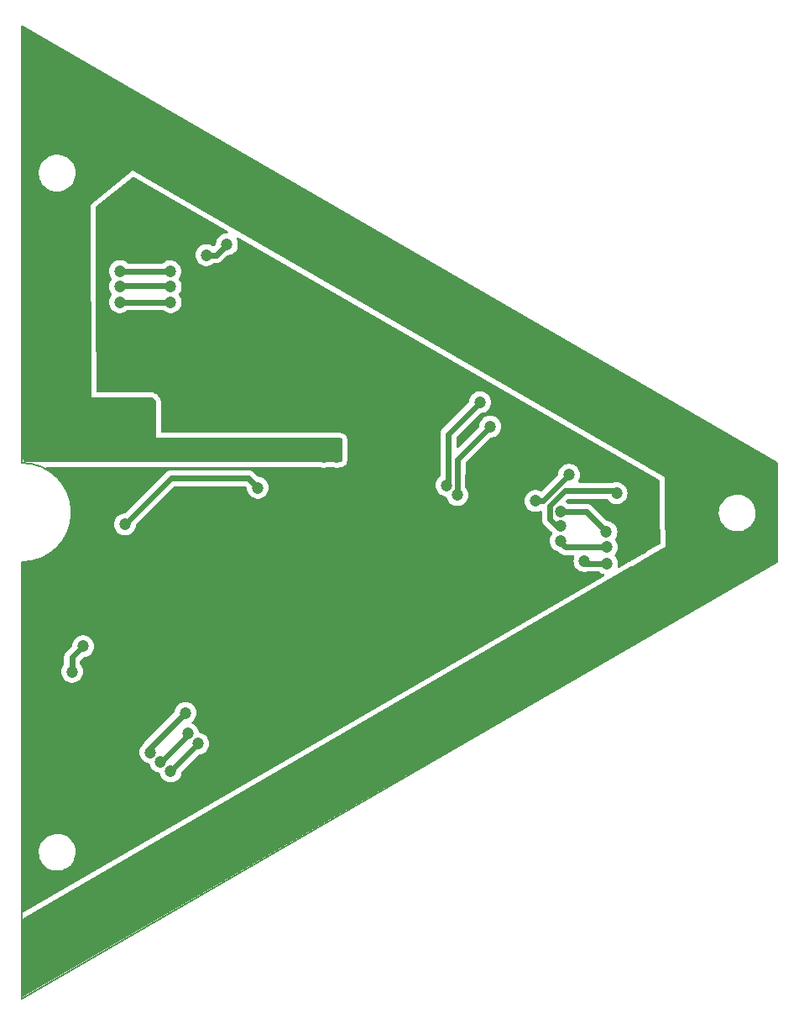
<source format=gbr>
G04 #@! TF.GenerationSoftware,KiCad,Pcbnew,7.0.11+1*
G04 #@! TF.ProjectId,makerspace_sign,6d616b65-7273-4706-9163-655f7369676e,rev?*
G04 #@! TF.SameCoordinates,Original*
G04 #@! TF.FileFunction,Copper,L2,Bot*
G04 #@! TF.FilePolarity,Positive*
%FSLAX46Y46*%
G04 Gerber Fmt 4.6, Leading zero omitted, Abs format (unit mm)*
%MOMM*%
%LPD*%
G01*
G04 APERTURE LIST*
G04 #@! TA.AperFunction,Profile*
%ADD10C,0.200000*%
G04 #@! TD*
G04 #@! TA.AperFunction,ViaPad*
%ADD11C,1.200000*%
G04 #@! TD*
G04 #@! TA.AperFunction,Conductor*
%ADD12C,0.600000*%
G04 #@! TD*
G04 APERTURE END LIST*
D10*
X62000000Y-46400000D02*
X62000000Y-90400000D01*
X62000000Y-100400000D02*
X62000000Y-144400000D01*
X62000000Y-100400000D02*
G75*
G03*
X62000000Y-90400000I0J5000000D01*
G01*
X138210236Y-90400000D02*
X62000000Y-46400000D01*
X62000000Y-144400000D02*
X138210236Y-100400000D01*
X138210236Y-100400000D02*
X138210236Y-90400000D01*
D11*
X74957848Y-119577725D03*
X78500000Y-115600000D03*
X71877713Y-72636392D03*
X116349500Y-96747607D03*
X77000000Y-72650000D03*
X121975000Y-93450000D03*
X96276750Y-104584218D03*
X89123872Y-76365286D03*
X72630000Y-102100000D03*
X96276750Y-94424218D03*
X88656750Y-96964218D03*
X96276750Y-102044218D03*
X73910000Y-105940000D03*
X124500000Y-99000000D03*
X114489260Y-91025301D03*
X112639260Y-88375301D03*
X98816750Y-89344218D03*
X122800000Y-91300000D03*
X90046657Y-118622142D03*
X86523872Y-74865286D03*
X88656750Y-104584218D03*
X87273872Y-73715286D03*
X88723872Y-71365286D03*
X91946657Y-115922142D03*
X95000000Y-81700000D03*
X91196750Y-102044218D03*
X78496750Y-81724218D03*
X92623872Y-73615286D03*
X73416750Y-79184218D03*
X110589260Y-88775301D03*
X98816750Y-99504218D03*
X65796750Y-122364218D03*
X101356750Y-99504218D03*
X77500000Y-125750000D03*
X97900000Y-110350000D03*
X113400000Y-103600000D03*
X115239260Y-89875301D03*
X86116750Y-104584218D03*
X86116750Y-102044218D03*
X96276750Y-114744218D03*
X113950000Y-101700000D03*
X68336750Y-96964218D03*
X91346657Y-117872142D03*
X108976750Y-107124218D03*
X103896750Y-102044218D03*
X93736750Y-84264218D03*
X114100000Y-104800000D03*
X75956750Y-76644218D03*
X71370000Y-105940000D03*
X70350000Y-68050000D03*
X116700000Y-103300000D03*
X78496750Y-84264218D03*
X96950000Y-79950000D03*
X75956750Y-79184218D03*
X112100000Y-104350000D03*
X91196750Y-104584218D03*
X91196750Y-94424218D03*
X114500000Y-99800000D03*
X89896657Y-115522142D03*
X101356750Y-102044218D03*
X65796750Y-124904218D03*
X98816750Y-96964218D03*
X65796750Y-102044218D03*
X71500000Y-65550000D03*
X96276750Y-96964218D03*
X116689260Y-87525301D03*
X103896750Y-99504218D03*
X77500000Y-67100000D03*
X73900000Y-104640000D03*
X70400000Y-69600000D03*
X72630000Y-100830000D03*
X88573872Y-74465286D03*
X90423872Y-77115286D03*
X78496750Y-76644218D03*
X87823872Y-75615286D03*
X98816750Y-94424218D03*
X110600000Y-102050000D03*
X115389260Y-86775301D03*
X87296657Y-117022142D03*
X106436750Y-99504218D03*
X111350000Y-103200000D03*
X125750000Y-98250000D03*
X90446657Y-113622142D03*
X68336750Y-129984218D03*
X81036750Y-84264218D03*
X70876750Y-81724218D03*
X90023872Y-72115286D03*
X88656750Y-99504218D03*
X88656750Y-94424218D03*
X114089260Y-86025301D03*
X89873872Y-75215286D03*
X115400000Y-104050000D03*
X89146657Y-114372142D03*
X112089260Y-86475301D03*
X113200000Y-100550000D03*
X81036750Y-109664218D03*
X124400000Y-91900000D03*
X91196750Y-84264218D03*
X88746657Y-119372142D03*
X75956750Y-81724218D03*
X93736750Y-102044218D03*
X91196750Y-99504218D03*
X77250000Y-95550000D03*
X114700000Y-102850000D03*
X86116750Y-99504218D03*
X71360000Y-102100000D03*
X91923872Y-74815286D03*
X75800000Y-126950000D03*
X86546657Y-115872142D03*
X68336750Y-94424218D03*
X71360000Y-103370000D03*
X91173872Y-75965286D03*
X90646657Y-116672142D03*
X89323872Y-73315286D03*
X87846657Y-115122142D03*
X111339260Y-87625301D03*
X113389260Y-87225301D03*
X111889260Y-89525301D03*
X72640000Y-105940000D03*
X81036750Y-81724218D03*
X93736750Y-99504218D03*
X96276750Y-99504218D03*
X70090000Y-103370000D03*
X91196750Y-96964218D03*
X114689260Y-87975301D03*
X68336750Y-127444218D03*
X112789260Y-85275301D03*
X115989260Y-88725301D03*
X70090000Y-104640000D03*
X83576750Y-84264218D03*
X88596657Y-116272142D03*
X70100000Y-105940000D03*
X101356750Y-104584218D03*
X72630000Y-103370000D03*
X73416750Y-81724218D03*
X93736750Y-94424218D03*
X65796750Y-104584218D03*
X115250000Y-100950000D03*
X70090000Y-100830000D03*
X72630000Y-104640000D03*
X98816750Y-102044218D03*
X101356750Y-96964218D03*
X65796750Y-119824218D03*
X112800000Y-105550000D03*
X112650000Y-102450000D03*
X101356750Y-94424218D03*
X73900000Y-103370000D03*
X83576750Y-107124218D03*
X106436750Y-96964218D03*
X96276750Y-89344218D03*
X88046657Y-118172142D03*
X88656750Y-102044218D03*
X90623872Y-74065286D03*
X71360000Y-104640000D03*
X78496750Y-79184218D03*
X88023872Y-72565286D03*
X123100000Y-99800000D03*
X92646657Y-117122142D03*
X78496750Y-112204218D03*
X86116750Y-84264218D03*
X71360000Y-100830000D03*
X93736750Y-96964218D03*
X73900000Y-100830000D03*
X103896750Y-96964218D03*
X89346657Y-117422142D03*
X91323872Y-72865286D03*
X91196657Y-114772142D03*
X116000000Y-102100000D03*
X113189260Y-90275301D03*
X98816750Y-104584218D03*
X73900000Y-102100000D03*
X94300000Y-110350000D03*
X93736750Y-104584218D03*
X70090000Y-102100000D03*
X111900000Y-101300000D03*
X103896750Y-84264218D03*
X113939260Y-89125301D03*
X93750000Y-88500000D03*
X69860000Y-89740000D03*
X72400000Y-88470000D03*
X128950000Y-90800000D03*
X72400000Y-87200000D03*
X69860000Y-85930000D03*
X83450000Y-131150000D03*
X93750000Y-89800000D03*
X127650000Y-90050000D03*
X128300000Y-88850000D03*
X129800000Y-104350000D03*
X82150000Y-59000000D03*
X126950000Y-91200000D03*
X131100000Y-87250000D03*
X73670000Y-85930000D03*
X128950000Y-100100000D03*
X83800000Y-61550000D03*
X83150000Y-128150000D03*
X83700000Y-64650000D03*
X127100000Y-102750000D03*
X126300000Y-89300000D03*
X82250000Y-131850000D03*
X81850000Y-62000000D03*
X69860000Y-87200000D03*
X129050000Y-103200000D03*
X69860000Y-84640000D03*
X92450000Y-88500000D03*
X130350000Y-102500000D03*
X81700000Y-65050000D03*
X125050000Y-88600000D03*
X71130000Y-84640000D03*
X83050000Y-65850000D03*
X129800000Y-86550000D03*
X124350000Y-89750000D03*
X82400000Y-63900000D03*
X83350000Y-59700000D03*
X126300000Y-101600000D03*
X92450000Y-89800000D03*
X128600000Y-105050000D03*
X69860000Y-88470000D03*
X71130000Y-89740000D03*
X80350000Y-64300000D03*
X72400000Y-89740000D03*
X73670000Y-87200000D03*
X73670000Y-88470000D03*
X71130000Y-87200000D03*
X127100000Y-88150000D03*
X127650000Y-100850000D03*
X125050000Y-102300000D03*
X81800000Y-125800000D03*
X79900000Y-128400000D03*
X126950000Y-99700000D03*
X128600000Y-85850000D03*
X129050000Y-87700000D03*
X72400000Y-85930000D03*
X81500000Y-130700000D03*
X128300000Y-102050000D03*
X84650000Y-130450000D03*
X129550000Y-101350000D03*
X125600000Y-90450000D03*
X82700000Y-130000000D03*
X83050000Y-62700000D03*
X83150000Y-125000000D03*
X80700000Y-129550000D03*
X79800000Y-62450000D03*
X80450000Y-126550000D03*
X131100000Y-103650000D03*
X82500000Y-126950000D03*
X127850000Y-87000000D03*
X72400000Y-84640000D03*
X125600000Y-100450000D03*
X129550000Y-89550000D03*
X124350000Y-101150000D03*
X73670000Y-89740000D03*
X84550000Y-60400000D03*
X82600000Y-60850000D03*
X71130000Y-85930000D03*
X81050000Y-63150000D03*
X81400000Y-60150000D03*
X73670000Y-84640000D03*
X83900000Y-129300000D03*
X127850000Y-103900000D03*
X83800000Y-126200000D03*
X71130000Y-88470000D03*
X81950000Y-128850000D03*
X81150000Y-127700000D03*
X130350000Y-88400000D03*
X80600000Y-61300000D03*
X76950000Y-71100000D03*
X71877713Y-71072785D03*
X77000000Y-74200000D03*
X105900000Y-93650000D03*
X72400000Y-96600000D03*
X109250000Y-86750000D03*
X85800000Y-92900000D03*
X71877713Y-74200000D03*
X116349500Y-95350000D03*
X120949500Y-97350000D03*
X116349500Y-98250000D03*
X121000000Y-98900000D03*
X79750000Y-118700000D03*
X77003309Y-121488323D03*
X121000000Y-100550000D03*
X104814347Y-92645338D03*
X67050000Y-111450000D03*
X68150000Y-108900000D03*
X80600000Y-69450000D03*
X117200000Y-91600500D03*
X118750000Y-100300000D03*
X113800000Y-94249500D03*
X82677464Y-68372536D03*
X108200000Y-84300000D03*
X78750000Y-117700000D03*
X75976596Y-120537288D03*
D12*
X115250000Y-94681870D02*
X115250000Y-96050000D01*
X116731870Y-93200000D02*
X115250000Y-94681870D01*
X115250000Y-96050000D02*
X115947607Y-96747607D01*
X121725000Y-93200000D02*
X116731870Y-93200000D01*
X76900000Y-72550000D02*
X71800000Y-72550000D01*
X74957848Y-119577725D02*
X74957848Y-119092152D01*
X115947607Y-96747607D02*
X116276677Y-96747607D01*
X78450000Y-115600000D02*
X78500000Y-115600000D01*
X74957848Y-119092152D02*
X78450000Y-115600000D01*
X121975000Y-93450000D02*
X121725000Y-93200000D01*
X77000000Y-72650000D02*
X76900000Y-72550000D01*
X71904928Y-71100000D02*
X76950000Y-71100000D01*
X71877713Y-71072785D02*
X71904928Y-71100000D01*
X72400000Y-96600000D02*
X77050000Y-91950000D01*
X77050000Y-91950000D02*
X84850000Y-91950000D01*
X105900000Y-93650000D02*
X105950000Y-93350000D01*
X109250000Y-86750000D02*
X105950000Y-90050000D01*
X84850000Y-91950000D02*
X85800000Y-92900000D01*
X105950000Y-90050000D02*
X105900000Y-93650000D01*
X77000000Y-74200000D02*
X71800000Y-74200000D01*
X116349500Y-95350000D02*
X118949500Y-95350000D01*
X118949500Y-95350000D02*
X120949500Y-97350000D01*
X116200000Y-98250000D02*
X116850000Y-98900000D01*
X116850000Y-98900000D02*
X121000000Y-98900000D01*
X79750000Y-118700000D02*
X77003309Y-121446691D01*
X77003309Y-121446691D02*
X77003309Y-121488323D01*
X119000000Y-100550000D02*
X118750000Y-100300000D01*
X81600000Y-69450000D02*
X82677464Y-68372536D01*
X104821994Y-92637691D02*
X104821994Y-92421994D01*
X121000000Y-100550000D02*
X119000000Y-100550000D01*
X105000000Y-87500000D02*
X108200000Y-84300000D01*
X105000000Y-92459685D02*
X105000000Y-87500000D01*
X80600000Y-69450000D02*
X81600000Y-69450000D01*
X114551000Y-94249500D02*
X117200000Y-91600500D01*
X68150000Y-108900000D02*
X67050000Y-110000000D01*
X113800000Y-94249500D02*
X114551000Y-94249500D01*
X67050000Y-110000000D02*
X67050000Y-111450000D01*
X104814347Y-92645338D02*
X105000000Y-92459685D01*
X104814347Y-92645338D02*
X104821994Y-92637691D01*
X76012712Y-120537288D02*
X78750000Y-117800000D01*
X78750000Y-117800000D02*
X78750000Y-117700000D01*
X75976596Y-120537288D02*
X76012712Y-120537288D01*
G04 #@! TA.AperFunction,Conductor*
G36*
X73311781Y-61627295D02*
G01*
X73317494Y-61630389D01*
X82711099Y-67040584D01*
X82759368Y-67091100D01*
X82772663Y-67159693D01*
X82746763Y-67224585D01*
X82689892Y-67265173D01*
X82649212Y-67272036D01*
X82575488Y-67272036D01*
X82375008Y-67309512D01*
X82375005Y-67309512D01*
X82375005Y-67309513D01*
X82184828Y-67383187D01*
X82184821Y-67383191D01*
X82011424Y-67490553D01*
X82011422Y-67490555D01*
X81860701Y-67627954D01*
X81737791Y-67790714D01*
X81646886Y-67973275D01*
X81646881Y-67973288D01*
X81591066Y-68169454D01*
X81579123Y-68298347D01*
X81553337Y-68363285D01*
X81543333Y-68374587D01*
X81387284Y-68530636D01*
X81325961Y-68564121D01*
X81256269Y-68559137D01*
X81234330Y-68548384D01*
X81092637Y-68460652D01*
X81092635Y-68460651D01*
X80997546Y-68423814D01*
X80902456Y-68386976D01*
X80701976Y-68349500D01*
X80498024Y-68349500D01*
X80297544Y-68386976D01*
X80297541Y-68386976D01*
X80297541Y-68386977D01*
X80107364Y-68460651D01*
X80107357Y-68460655D01*
X79933960Y-68568017D01*
X79933958Y-68568019D01*
X79783237Y-68705418D01*
X79660327Y-68868178D01*
X79569422Y-69050739D01*
X79569417Y-69050752D01*
X79513602Y-69246917D01*
X79494785Y-69449999D01*
X79494785Y-69450000D01*
X79513602Y-69653082D01*
X79569417Y-69849247D01*
X79569422Y-69849260D01*
X79660327Y-70031821D01*
X79783237Y-70194581D01*
X79933958Y-70331980D01*
X79933960Y-70331982D01*
X79933962Y-70331983D01*
X80107363Y-70439348D01*
X80297544Y-70513024D01*
X80498024Y-70550500D01*
X80498026Y-70550500D01*
X80701974Y-70550500D01*
X80701976Y-70550500D01*
X80902456Y-70513024D01*
X81092637Y-70439348D01*
X81266041Y-70331981D01*
X81319922Y-70282861D01*
X81382724Y-70252246D01*
X81403459Y-70250500D01*
X81690194Y-70250500D01*
X81730905Y-70241208D01*
X81737760Y-70240043D01*
X81779255Y-70235368D01*
X81818680Y-70221571D01*
X81825321Y-70219658D01*
X81866061Y-70210360D01*
X81903693Y-70192236D01*
X81910105Y-70189580D01*
X81949522Y-70175789D01*
X81984889Y-70153565D01*
X81990961Y-70150209D01*
X82028587Y-70132091D01*
X82061236Y-70106052D01*
X82066895Y-70102037D01*
X82102262Y-70079816D01*
X82229816Y-69952262D01*
X82672723Y-69509355D01*
X82734046Y-69475870D01*
X82760404Y-69473036D01*
X82779438Y-69473036D01*
X82779440Y-69473036D01*
X82979920Y-69435560D01*
X83170101Y-69361884D01*
X83343505Y-69254517D01*
X83494228Y-69117115D01*
X83617137Y-68954357D01*
X83708046Y-68771786D01*
X83763861Y-68575619D01*
X83782679Y-68372536D01*
X83780544Y-68349500D01*
X83763861Y-68169453D01*
X83708046Y-67973286D01*
X83640869Y-67838377D01*
X83628609Y-67769592D01*
X83655482Y-67705097D01*
X83712958Y-67665370D01*
X83782788Y-67663022D01*
X83813757Y-67675654D01*
X123838896Y-90727914D01*
X123857358Y-90739346D01*
X123862496Y-90741904D01*
X123862367Y-90742162D01*
X123869823Y-90745726D01*
X126237566Y-92109415D01*
X126285832Y-92159928D01*
X126299663Y-92215093D01*
X126346581Y-95499254D01*
X126346949Y-95524984D01*
X126389278Y-98488083D01*
X126370553Y-98555397D01*
X126327364Y-98597199D01*
X126169115Y-98688708D01*
X126169113Y-98688709D01*
X126146223Y-98703652D01*
X126146216Y-98703657D01*
X126140781Y-98707639D01*
X126136778Y-98710338D01*
X126025231Y-98779404D01*
X126009189Y-98787783D01*
X125993612Y-98794522D01*
X125958726Y-98811241D01*
X125941429Y-98820369D01*
X125640159Y-98994581D01*
X125000714Y-99364345D01*
X124990600Y-99370943D01*
X124977971Y-99379181D01*
X124977970Y-99379181D01*
X124977963Y-99379185D01*
X124977960Y-99379188D01*
X124934586Y-99410928D01*
X124913554Y-99428127D01*
X124913543Y-99428136D01*
X124883674Y-99455365D01*
X124868588Y-99469118D01*
X124850330Y-99482906D01*
X124776117Y-99528856D01*
X124755634Y-99539055D01*
X124619140Y-99591934D01*
X124601197Y-99599695D01*
X124566315Y-99616413D01*
X124549023Y-99625538D01*
X123859499Y-100024261D01*
X123601230Y-100173607D01*
X123572042Y-100190485D01*
X123572040Y-100190486D01*
X123552804Y-100203033D01*
X123549279Y-100205333D01*
X123549280Y-100205333D01*
X123505902Y-100237076D01*
X123492451Y-100248075D01*
X123484875Y-100254271D01*
X123484870Y-100254275D01*
X123484867Y-100254278D01*
X123484866Y-100254279D01*
X123468588Y-100269118D01*
X123450332Y-100282905D01*
X123376119Y-100328855D01*
X123355642Y-100339051D01*
X123269233Y-100372527D01*
X123251289Y-100380288D01*
X123216408Y-100397007D01*
X123199115Y-100406132D01*
X122250589Y-100954623D01*
X122182700Y-100971142D01*
X122116658Y-100948334D01*
X122073430Y-100893442D01*
X122066741Y-100823894D01*
X122069240Y-100813381D01*
X122086397Y-100753083D01*
X122105215Y-100550000D01*
X122086397Y-100346917D01*
X122030582Y-100150750D01*
X121939673Y-99968179D01*
X121816764Y-99805421D01*
X121816763Y-99805420D01*
X121813309Y-99800846D01*
X121815178Y-99799434D01*
X121788997Y-99745788D01*
X121797164Y-99676397D01*
X121814226Y-99649846D01*
X121813309Y-99649154D01*
X121818532Y-99642238D01*
X121939673Y-99481821D01*
X122030582Y-99299250D01*
X122086397Y-99103083D01*
X122105215Y-98900000D01*
X122094722Y-98786765D01*
X122086397Y-98696917D01*
X122072834Y-98649250D01*
X122030582Y-98500750D01*
X122006846Y-98453082D01*
X121986272Y-98411764D01*
X121939673Y-98318179D01*
X121824972Y-98166290D01*
X121800280Y-98100928D01*
X121814845Y-98032594D01*
X121824967Y-98016842D01*
X121889173Y-97931821D01*
X121980082Y-97749250D01*
X122035897Y-97553083D01*
X122054715Y-97350000D01*
X122052808Y-97329425D01*
X122035897Y-97146917D01*
X121993884Y-96999260D01*
X121980082Y-96950750D01*
X121980052Y-96950690D01*
X121906553Y-96803083D01*
X121889173Y-96768179D01*
X121766264Y-96605421D01*
X121766262Y-96605418D01*
X121615541Y-96468019D01*
X121615539Y-96468017D01*
X121442142Y-96360655D01*
X121442135Y-96360651D01*
X121347046Y-96323814D01*
X121251956Y-96286976D01*
X121051476Y-96249500D01*
X121051474Y-96249500D01*
X121032440Y-96249500D01*
X120965401Y-96229815D01*
X120944759Y-96213181D01*
X119451762Y-94720184D01*
X119451759Y-94720182D01*
X119416404Y-94697966D01*
X119410729Y-94693940D01*
X119378089Y-94667910D01*
X119340459Y-94649787D01*
X119334372Y-94646422D01*
X119299025Y-94624212D01*
X119259614Y-94610421D01*
X119253188Y-94607759D01*
X119215561Y-94589639D01*
X119174845Y-94580345D01*
X119168162Y-94578420D01*
X119128759Y-94564632D01*
X119087263Y-94559955D01*
X119080408Y-94558791D01*
X119039700Y-94549501D01*
X119039696Y-94549500D01*
X119039694Y-94549500D01*
X119039691Y-94549500D01*
X117152959Y-94549500D01*
X117085920Y-94529815D01*
X117069427Y-94517143D01*
X117015541Y-94468019D01*
X117015538Y-94468017D01*
X117015537Y-94468016D01*
X117015538Y-94468016D01*
X116889488Y-94389970D01*
X116842852Y-94337942D01*
X116831748Y-94268960D01*
X116859701Y-94204926D01*
X116867058Y-94196889D01*
X117027130Y-94036816D01*
X117088453Y-94003334D01*
X117114810Y-94000500D01*
X120949930Y-94000500D01*
X121016969Y-94020185D01*
X121048884Y-94049773D01*
X121158237Y-94194581D01*
X121308958Y-94331980D01*
X121308960Y-94331982D01*
X121318586Y-94337942D01*
X121482363Y-94439348D01*
X121672544Y-94513024D01*
X121873024Y-94550500D01*
X121873026Y-94550500D01*
X122076974Y-94550500D01*
X122076976Y-94550500D01*
X122277456Y-94513024D01*
X122467637Y-94439348D01*
X122641041Y-94331981D01*
X122791764Y-94194579D01*
X122914673Y-94031821D01*
X123005582Y-93849250D01*
X123061397Y-93653083D01*
X123080215Y-93450000D01*
X123061397Y-93246917D01*
X123005582Y-93050750D01*
X123002512Y-93044585D01*
X122930517Y-92899999D01*
X122914673Y-92868179D01*
X122853233Y-92786819D01*
X122791762Y-92705418D01*
X122641041Y-92568019D01*
X122641039Y-92568017D01*
X122467642Y-92460655D01*
X122467635Y-92460651D01*
X122288168Y-92391126D01*
X122277456Y-92386976D01*
X122076976Y-92349500D01*
X121873024Y-92349500D01*
X121672544Y-92386976D01*
X121672542Y-92386976D01*
X121672540Y-92386977D01*
X121667010Y-92389119D01*
X121661830Y-92391126D01*
X121617038Y-92399500D01*
X118224693Y-92399500D01*
X118157654Y-92379815D01*
X118111899Y-92327011D01*
X118101955Y-92257853D01*
X118125738Y-92200774D01*
X118126073Y-92200329D01*
X118139673Y-92182321D01*
X118230582Y-91999750D01*
X118286397Y-91803583D01*
X118305215Y-91600500D01*
X118286397Y-91397417D01*
X118230582Y-91201250D01*
X118224800Y-91189639D01*
X118148739Y-91036887D01*
X118139673Y-91018679D01*
X118063427Y-90917713D01*
X118016762Y-90855918D01*
X117866041Y-90718519D01*
X117866039Y-90718517D01*
X117692642Y-90611155D01*
X117692635Y-90611151D01*
X117597546Y-90574314D01*
X117502456Y-90537476D01*
X117301976Y-90500000D01*
X117098024Y-90500000D01*
X116897544Y-90537476D01*
X116897541Y-90537476D01*
X116897541Y-90537477D01*
X116707364Y-90611151D01*
X116707357Y-90611155D01*
X116533960Y-90718517D01*
X116533958Y-90718519D01*
X116383237Y-90855918D01*
X116260327Y-91018678D01*
X116169422Y-91201239D01*
X116169417Y-91201252D01*
X116113602Y-91397418D01*
X116101659Y-91526311D01*
X116075873Y-91591249D01*
X116065869Y-91602551D01*
X114432918Y-93235502D01*
X114371595Y-93268987D01*
X114301903Y-93264003D01*
X114296304Y-93261572D01*
X114155779Y-93207133D01*
X114102456Y-93186476D01*
X113901976Y-93149000D01*
X113698024Y-93149000D01*
X113497544Y-93186476D01*
X113497541Y-93186476D01*
X113497541Y-93186477D01*
X113307364Y-93260151D01*
X113307357Y-93260155D01*
X113133960Y-93367517D01*
X113133958Y-93367519D01*
X112983237Y-93504918D01*
X112860327Y-93667678D01*
X112769422Y-93850239D01*
X112769417Y-93850252D01*
X112713602Y-94046417D01*
X112694785Y-94249499D01*
X112694785Y-94249500D01*
X112713602Y-94452582D01*
X112769417Y-94648747D01*
X112769422Y-94648760D01*
X112860327Y-94831321D01*
X112983237Y-94994081D01*
X113133958Y-95131480D01*
X113133960Y-95131482D01*
X113215022Y-95181673D01*
X113307363Y-95238848D01*
X113497544Y-95312524D01*
X113698024Y-95350000D01*
X113698026Y-95350000D01*
X113901974Y-95350000D01*
X113901976Y-95350000D01*
X114102456Y-95312524D01*
X114280706Y-95243469D01*
X114350330Y-95237608D01*
X114412070Y-95270318D01*
X114446325Y-95331215D01*
X114449500Y-95359097D01*
X114449500Y-96140191D01*
X114449501Y-96140200D01*
X114458791Y-96180908D01*
X114459955Y-96187763D01*
X114464632Y-96229259D01*
X114478420Y-96268662D01*
X114480345Y-96275345D01*
X114489639Y-96316061D01*
X114507759Y-96353688D01*
X114510421Y-96360114D01*
X114524212Y-96399525D01*
X114546422Y-96434872D01*
X114549787Y-96440959D01*
X114567910Y-96478589D01*
X114593940Y-96511229D01*
X114597966Y-96516904D01*
X114615322Y-96544524D01*
X114620184Y-96552262D01*
X114652174Y-96584252D01*
X115317791Y-97249869D01*
X115445266Y-97377344D01*
X115450903Y-97383822D01*
X115481301Y-97424077D01*
X115505993Y-97489438D01*
X115491428Y-97557773D01*
X115481302Y-97573529D01*
X115409827Y-97668178D01*
X115318922Y-97850739D01*
X115318917Y-97850752D01*
X115263102Y-98046917D01*
X115244285Y-98249999D01*
X115244285Y-98250000D01*
X115263102Y-98453082D01*
X115318917Y-98649247D01*
X115318922Y-98649260D01*
X115409827Y-98831821D01*
X115532737Y-98994581D01*
X115683458Y-99131980D01*
X115683460Y-99131982D01*
X115782641Y-99193392D01*
X115856863Y-99239348D01*
X116047044Y-99313024D01*
X116112491Y-99325257D01*
X116174771Y-99356925D01*
X116177387Y-99359465D01*
X116347739Y-99529817D01*
X116347742Y-99529819D01*
X116383089Y-99552029D01*
X116388763Y-99556055D01*
X116420957Y-99581728D01*
X116421414Y-99582092D01*
X116438435Y-99590289D01*
X116459033Y-99600209D01*
X116465122Y-99603574D01*
X116500471Y-99625785D01*
X116500474Y-99625786D01*
X116500478Y-99625789D01*
X116539899Y-99639583D01*
X116546307Y-99642238D01*
X116583939Y-99660360D01*
X116624641Y-99669650D01*
X116631328Y-99671576D01*
X116670742Y-99685367D01*
X116670745Y-99685368D01*
X116712241Y-99690043D01*
X116719093Y-99691207D01*
X116759806Y-99700500D01*
X116805046Y-99700500D01*
X117618863Y-99700500D01*
X117685902Y-99720185D01*
X117731657Y-99772989D01*
X117741601Y-99842147D01*
X117729864Y-99879771D01*
X117719421Y-99900743D01*
X117719417Y-99900752D01*
X117663602Y-100096917D01*
X117644785Y-100299999D01*
X117644785Y-100300000D01*
X117663602Y-100503082D01*
X117719417Y-100699247D01*
X117719422Y-100699260D01*
X117810327Y-100881821D01*
X117933237Y-101044581D01*
X118083958Y-101181980D01*
X118083960Y-101181982D01*
X118183141Y-101243392D01*
X118257363Y-101289348D01*
X118447544Y-101363024D01*
X118648024Y-101400500D01*
X118648026Y-101400500D01*
X118851974Y-101400500D01*
X118851976Y-101400500D01*
X119052456Y-101363024D01*
X119063169Y-101358873D01*
X119107962Y-101350500D01*
X120196541Y-101350500D01*
X120263580Y-101370185D01*
X120280072Y-101382856D01*
X120333959Y-101431981D01*
X120507363Y-101539348D01*
X120697544Y-101613024D01*
X120702890Y-101615095D01*
X120702082Y-101617180D01*
X120752906Y-101649247D01*
X120782460Y-101712558D01*
X120773094Y-101781797D01*
X120727781Y-101834981D01*
X120721947Y-101838573D01*
X62186573Y-135687092D01*
X62118684Y-135703611D01*
X62052642Y-135680803D01*
X62009414Y-135625911D01*
X62000500Y-135579747D01*
X62000500Y-129717763D01*
X63695787Y-129717763D01*
X63725413Y-129987013D01*
X63725415Y-129987024D01*
X63793926Y-130249082D01*
X63793928Y-130249088D01*
X63899870Y-130498390D01*
X63971998Y-130616575D01*
X64040979Y-130729605D01*
X64040986Y-130729615D01*
X64214253Y-130937819D01*
X64214259Y-130937824D01*
X64415998Y-131118582D01*
X64641910Y-131268044D01*
X64887176Y-131383020D01*
X64887183Y-131383022D01*
X64887185Y-131383023D01*
X65146557Y-131461057D01*
X65146564Y-131461058D01*
X65146569Y-131461060D01*
X65414561Y-131500500D01*
X65414566Y-131500500D01*
X65617636Y-131500500D01*
X65669133Y-131496730D01*
X65820156Y-131485677D01*
X65932758Y-131460593D01*
X66084546Y-131426782D01*
X66084548Y-131426781D01*
X66084553Y-131426780D01*
X66337558Y-131330014D01*
X66573777Y-131197441D01*
X66788177Y-131031888D01*
X66976186Y-130836881D01*
X67133799Y-130616579D01*
X67207787Y-130472669D01*
X67257649Y-130375690D01*
X67257651Y-130375684D01*
X67257656Y-130375675D01*
X67345118Y-130119305D01*
X67394319Y-129852933D01*
X67404212Y-129582235D01*
X67374586Y-129312982D01*
X67306072Y-129050912D01*
X67200130Y-128801610D01*
X67059018Y-128570390D01*
X66969747Y-128463119D01*
X66885746Y-128362180D01*
X66885740Y-128362175D01*
X66684002Y-128181418D01*
X66458092Y-128031957D01*
X66458090Y-128031956D01*
X66212824Y-127916980D01*
X66212819Y-127916978D01*
X66212814Y-127916976D01*
X65953442Y-127838942D01*
X65953428Y-127838939D01*
X65837791Y-127821921D01*
X65685439Y-127799500D01*
X65482369Y-127799500D01*
X65482364Y-127799500D01*
X65279844Y-127814323D01*
X65279831Y-127814325D01*
X65015453Y-127873217D01*
X65015446Y-127873220D01*
X64762439Y-127969987D01*
X64526226Y-128102557D01*
X64311822Y-128268112D01*
X64123822Y-128463109D01*
X64123816Y-128463116D01*
X63966202Y-128683419D01*
X63966199Y-128683424D01*
X63842350Y-128924309D01*
X63842343Y-128924327D01*
X63754884Y-129180685D01*
X63754881Y-129180699D01*
X63705681Y-129447068D01*
X63705680Y-129447075D01*
X63695787Y-129717763D01*
X62000500Y-129717763D01*
X62000500Y-119577725D01*
X73852633Y-119577725D01*
X73871450Y-119780807D01*
X73927265Y-119976972D01*
X73927270Y-119976985D01*
X74018175Y-120159546D01*
X74141085Y-120322306D01*
X74291806Y-120459705D01*
X74291808Y-120459707D01*
X74390989Y-120521117D01*
X74465211Y-120567073D01*
X74655392Y-120640749D01*
X74797982Y-120667403D01*
X74860262Y-120699071D01*
X74894462Y-120755357D01*
X74946013Y-120936535D01*
X74946018Y-120936548D01*
X75036923Y-121119109D01*
X75159833Y-121281869D01*
X75310554Y-121419268D01*
X75310556Y-121419270D01*
X75409737Y-121480680D01*
X75483959Y-121526636D01*
X75674140Y-121600312D01*
X75827706Y-121629018D01*
X75889986Y-121660685D01*
X75924186Y-121716971D01*
X75972726Y-121887570D01*
X75972731Y-121887583D01*
X76063636Y-122070144D01*
X76186546Y-122232904D01*
X76337267Y-122370303D01*
X76337269Y-122370305D01*
X76436450Y-122431715D01*
X76510672Y-122477671D01*
X76700853Y-122551347D01*
X76901333Y-122588823D01*
X76901335Y-122588823D01*
X77105283Y-122588823D01*
X77105285Y-122588823D01*
X77305765Y-122551347D01*
X77495946Y-122477671D01*
X77669350Y-122370304D01*
X77820073Y-122232902D01*
X77942982Y-122070144D01*
X78033891Y-121887573D01*
X78089706Y-121691406D01*
X78105901Y-121516623D01*
X78131687Y-121451688D01*
X78141683Y-121440393D01*
X79745258Y-119836819D01*
X79806581Y-119803334D01*
X79832939Y-119800500D01*
X79851974Y-119800500D01*
X79851976Y-119800500D01*
X80052456Y-119763024D01*
X80242637Y-119689348D01*
X80416041Y-119581981D01*
X80566764Y-119444579D01*
X80689673Y-119281821D01*
X80780582Y-119099250D01*
X80836397Y-118903083D01*
X80855215Y-118700000D01*
X80836397Y-118496917D01*
X80780582Y-118300750D01*
X80689673Y-118118179D01*
X80566764Y-117955421D01*
X80566762Y-117955418D01*
X80416041Y-117818019D01*
X80416039Y-117818017D01*
X80242642Y-117710655D01*
X80242635Y-117710651D01*
X80147546Y-117673814D01*
X80052456Y-117636976D01*
X79937840Y-117615550D01*
X79875560Y-117583883D01*
X79840287Y-117523570D01*
X79837155Y-117505098D01*
X79836397Y-117496917D01*
X79780582Y-117300750D01*
X79689673Y-117118179D01*
X79566764Y-116955421D01*
X79566762Y-116955418D01*
X79416041Y-116818019D01*
X79416039Y-116818017D01*
X79242642Y-116710655D01*
X79242640Y-116710654D01*
X79242637Y-116710652D01*
X79242634Y-116710651D01*
X79242629Y-116710648D01*
X79199462Y-116693925D01*
X79144061Y-116651352D01*
X79120471Y-116585585D01*
X79136183Y-116517504D01*
X79162858Y-116486999D01*
X79161805Y-116485843D01*
X79316762Y-116344581D01*
X79316764Y-116344579D01*
X79439673Y-116181821D01*
X79530582Y-115999250D01*
X79586397Y-115803083D01*
X79605215Y-115600000D01*
X79586397Y-115396917D01*
X79530582Y-115200750D01*
X79439673Y-115018179D01*
X79316764Y-114855421D01*
X79316762Y-114855418D01*
X79166041Y-114718019D01*
X79166039Y-114718017D01*
X78992642Y-114610655D01*
X78992635Y-114610651D01*
X78897546Y-114573814D01*
X78802456Y-114536976D01*
X78601976Y-114499500D01*
X78398024Y-114499500D01*
X78197544Y-114536976D01*
X78197541Y-114536976D01*
X78197541Y-114536977D01*
X78007364Y-114610651D01*
X78007357Y-114610655D01*
X77833960Y-114718017D01*
X77833958Y-114718019D01*
X77683237Y-114855418D01*
X77560327Y-115018178D01*
X77469422Y-115200739D01*
X77469417Y-115200752D01*
X77413603Y-115396916D01*
X77406765Y-115470706D01*
X77380978Y-115535643D01*
X77370975Y-115546945D01*
X74455586Y-118462336D01*
X74328034Y-118589887D01*
X74328031Y-118589891D01*
X74305814Y-118625248D01*
X74301789Y-118630921D01*
X74275757Y-118663563D01*
X74261068Y-118694065D01*
X74258211Y-118699999D01*
X74257639Y-118701186D01*
X74254274Y-118707274D01*
X74229891Y-118746079D01*
X74208437Y-118771743D01*
X74141086Y-118833143D01*
X74141086Y-118833144D01*
X74018175Y-118995903D01*
X73927270Y-119178464D01*
X73927265Y-119178477D01*
X73871450Y-119374642D01*
X73852633Y-119577724D01*
X73852633Y-119577725D01*
X62000500Y-119577725D01*
X62000500Y-111450000D01*
X65944785Y-111450000D01*
X65963602Y-111653082D01*
X66019417Y-111849247D01*
X66019422Y-111849260D01*
X66110327Y-112031821D01*
X66233237Y-112194581D01*
X66383958Y-112331980D01*
X66383960Y-112331982D01*
X66483141Y-112393392D01*
X66557363Y-112439348D01*
X66747544Y-112513024D01*
X66948024Y-112550500D01*
X66948026Y-112550500D01*
X67151974Y-112550500D01*
X67151976Y-112550500D01*
X67352456Y-112513024D01*
X67542637Y-112439348D01*
X67716041Y-112331981D01*
X67866764Y-112194579D01*
X67989673Y-112031821D01*
X68080582Y-111849250D01*
X68136397Y-111653083D01*
X68155215Y-111450000D01*
X68136397Y-111246917D01*
X68080582Y-111050750D01*
X67989673Y-110868179D01*
X67875546Y-110717050D01*
X67850854Y-110651688D01*
X67850500Y-110642323D01*
X67850500Y-110382940D01*
X67870185Y-110315901D01*
X67886819Y-110295259D01*
X68145259Y-110036819D01*
X68206582Y-110003334D01*
X68232940Y-110000500D01*
X68251974Y-110000500D01*
X68251976Y-110000500D01*
X68452456Y-109963024D01*
X68642637Y-109889348D01*
X68816041Y-109781981D01*
X68966764Y-109644579D01*
X69089673Y-109481821D01*
X69180582Y-109299250D01*
X69236397Y-109103083D01*
X69255215Y-108900000D01*
X69236397Y-108696917D01*
X69180582Y-108500750D01*
X69089673Y-108318179D01*
X68966764Y-108155421D01*
X68966762Y-108155418D01*
X68816041Y-108018019D01*
X68816039Y-108018017D01*
X68642642Y-107910655D01*
X68642635Y-107910651D01*
X68547546Y-107873814D01*
X68452456Y-107836976D01*
X68251976Y-107799500D01*
X68048024Y-107799500D01*
X67847544Y-107836976D01*
X67847541Y-107836976D01*
X67847541Y-107836977D01*
X67657364Y-107910651D01*
X67657357Y-107910655D01*
X67483960Y-108018017D01*
X67483958Y-108018019D01*
X67333237Y-108155418D01*
X67210327Y-108318178D01*
X67119422Y-108500739D01*
X67119417Y-108500752D01*
X67063602Y-108696918D01*
X67051659Y-108825812D01*
X67025873Y-108890750D01*
X67015869Y-108902052D01*
X66547738Y-109370184D01*
X66420186Y-109497735D01*
X66420183Y-109497739D01*
X66397966Y-109533096D01*
X66393941Y-109538769D01*
X66367910Y-109571410D01*
X66349791Y-109609033D01*
X66346427Y-109615120D01*
X66324212Y-109650476D01*
X66324208Y-109650483D01*
X66310416Y-109689895D01*
X66307755Y-109696320D01*
X66289639Y-109733939D01*
X66280344Y-109774659D01*
X66278419Y-109781341D01*
X66264632Y-109820744D01*
X66259955Y-109862235D01*
X66258791Y-109869089D01*
X66249500Y-109909806D01*
X66249500Y-110642323D01*
X66229815Y-110709362D01*
X66224454Y-110717050D01*
X66110327Y-110868178D01*
X66019422Y-111050739D01*
X66019417Y-111050752D01*
X65963602Y-111246917D01*
X65944785Y-111449999D01*
X65944785Y-111450000D01*
X62000500Y-111450000D01*
X62000500Y-100524500D01*
X62020185Y-100457461D01*
X62072989Y-100411706D01*
X62124500Y-100400500D01*
X62218327Y-100400500D01*
X62653318Y-100362443D01*
X63083337Y-100286619D01*
X63231570Y-100246899D01*
X63505104Y-100173608D01*
X63505104Y-100173607D01*
X63505112Y-100173605D01*
X63915432Y-100024261D01*
X63915431Y-100024261D01*
X63915443Y-100024257D01*
X64311172Y-99839725D01*
X64311172Y-99839724D01*
X64380957Y-99799434D01*
X64689326Y-99621397D01*
X64689326Y-99621396D01*
X64689331Y-99621394D01*
X64965332Y-99428136D01*
X65047012Y-99370943D01*
X65047013Y-99370942D01*
X65047013Y-99370943D01*
X65381508Y-99090267D01*
X65690267Y-98781508D01*
X65692033Y-98779404D01*
X65801245Y-98649250D01*
X65970943Y-98447013D01*
X65970942Y-98447013D01*
X65970943Y-98447012D01*
X66108893Y-98249999D01*
X66221394Y-98089331D01*
X66254151Y-98032594D01*
X66439723Y-97711174D01*
X66439724Y-97711172D01*
X66439725Y-97711172D01*
X66624257Y-97315443D01*
X66685595Y-97146917D01*
X66773605Y-96905112D01*
X66773607Y-96905104D01*
X66773608Y-96905104D01*
X66853907Y-96605421D01*
X66855360Y-96600000D01*
X71294785Y-96600000D01*
X71313602Y-96803082D01*
X71369417Y-96999247D01*
X71369422Y-96999260D01*
X71460327Y-97181821D01*
X71583237Y-97344581D01*
X71733958Y-97481980D01*
X71733960Y-97481982D01*
X71833141Y-97543392D01*
X71907363Y-97589348D01*
X72097544Y-97663024D01*
X72298024Y-97700500D01*
X72298026Y-97700500D01*
X72501974Y-97700500D01*
X72501976Y-97700500D01*
X72702456Y-97663024D01*
X72892637Y-97589348D01*
X73066041Y-97481981D01*
X73194122Y-97365219D01*
X73216762Y-97344581D01*
X73228205Y-97329428D01*
X73339673Y-97181821D01*
X73430582Y-96999250D01*
X73486397Y-96803083D01*
X73498340Y-96674186D01*
X73524126Y-96609249D01*
X73534122Y-96597954D01*
X77345259Y-92786819D01*
X77406582Y-92753334D01*
X77432940Y-92750500D01*
X84467060Y-92750500D01*
X84534099Y-92770185D01*
X84554741Y-92786819D01*
X84665869Y-92897947D01*
X84699354Y-92959270D01*
X84701659Y-92974187D01*
X84713602Y-93103081D01*
X84769417Y-93299247D01*
X84769422Y-93299260D01*
X84860327Y-93481821D01*
X84983237Y-93644581D01*
X85133958Y-93781980D01*
X85133960Y-93781982D01*
X85224396Y-93837977D01*
X85307363Y-93889348D01*
X85497544Y-93963024D01*
X85698024Y-94000500D01*
X85698026Y-94000500D01*
X85901974Y-94000500D01*
X85901976Y-94000500D01*
X86102456Y-93963024D01*
X86292637Y-93889348D01*
X86466041Y-93781981D01*
X86607437Y-93653082D01*
X86616762Y-93644581D01*
X86616764Y-93644579D01*
X86739673Y-93481821D01*
X86830582Y-93299250D01*
X86886397Y-93103083D01*
X86905215Y-92900000D01*
X86894727Y-92786819D01*
X86886397Y-92696917D01*
X86871721Y-92645338D01*
X103709132Y-92645338D01*
X103727949Y-92848420D01*
X103783764Y-93044585D01*
X103783769Y-93044598D01*
X103874674Y-93227159D01*
X103997584Y-93389919D01*
X104148305Y-93527318D01*
X104148307Y-93527320D01*
X104247488Y-93588730D01*
X104321710Y-93634686D01*
X104511891Y-93708362D01*
X104712371Y-93745838D01*
X104712377Y-93745838D01*
X104713228Y-93745997D01*
X104775509Y-93777665D01*
X104810782Y-93837977D01*
X104812394Y-93847474D01*
X104812549Y-93847446D01*
X104813602Y-93853078D01*
X104813602Y-93853080D01*
X104813603Y-93853083D01*
X104825498Y-93894888D01*
X104869417Y-94049247D01*
X104869422Y-94049260D01*
X104960327Y-94231821D01*
X105083237Y-94394581D01*
X105233958Y-94531980D01*
X105233960Y-94531982D01*
X105286692Y-94564632D01*
X105407363Y-94639348D01*
X105597544Y-94713024D01*
X105798024Y-94750500D01*
X105798026Y-94750500D01*
X106001974Y-94750500D01*
X106001976Y-94750500D01*
X106202456Y-94713024D01*
X106392637Y-94639348D01*
X106566041Y-94531981D01*
X106716764Y-94394579D01*
X106839673Y-94231821D01*
X106930582Y-94049250D01*
X106986397Y-93853083D01*
X107005215Y-93650000D01*
X106986397Y-93446917D01*
X106930582Y-93250750D01*
X106928673Y-93246917D01*
X106857053Y-93103083D01*
X106839673Y-93068179D01*
X106736647Y-92931751D01*
X106711956Y-92866391D01*
X106711614Y-92855325D01*
X106745208Y-90436517D01*
X106765822Y-90369760D01*
X106781510Y-90350566D01*
X109245259Y-87886819D01*
X109306582Y-87853334D01*
X109332940Y-87850500D01*
X109351974Y-87850500D01*
X109351976Y-87850500D01*
X109552456Y-87813024D01*
X109742637Y-87739348D01*
X109916041Y-87631981D01*
X110066764Y-87494579D01*
X110189673Y-87331821D01*
X110280582Y-87149250D01*
X110336397Y-86953083D01*
X110355215Y-86750000D01*
X110336397Y-86546917D01*
X110280582Y-86350750D01*
X110189673Y-86168179D01*
X110066764Y-86005421D01*
X110066762Y-86005418D01*
X109916041Y-85868019D01*
X109916039Y-85868017D01*
X109742642Y-85760655D01*
X109742635Y-85760651D01*
X109647546Y-85723814D01*
X109552456Y-85686976D01*
X109351976Y-85649500D01*
X109148024Y-85649500D01*
X108947544Y-85686976D01*
X108947541Y-85686976D01*
X108947541Y-85686977D01*
X108757364Y-85760651D01*
X108757357Y-85760655D01*
X108583960Y-85868017D01*
X108583958Y-85868019D01*
X108433237Y-86005418D01*
X108310327Y-86168178D01*
X108219422Y-86350739D01*
X108219417Y-86350752D01*
X108163602Y-86546918D01*
X108151659Y-86675811D01*
X108125873Y-86740749D01*
X108115869Y-86752051D01*
X106012181Y-88855740D01*
X105950858Y-88889225D01*
X105881166Y-88884241D01*
X105825233Y-88842369D01*
X105800816Y-88776905D01*
X105800500Y-88768059D01*
X105800500Y-87882940D01*
X105820185Y-87815901D01*
X105836819Y-87795259D01*
X108195259Y-85436819D01*
X108256582Y-85403334D01*
X108282940Y-85400500D01*
X108301974Y-85400500D01*
X108301976Y-85400500D01*
X108502456Y-85363024D01*
X108692637Y-85289348D01*
X108866041Y-85181981D01*
X109016764Y-85044579D01*
X109139673Y-84881821D01*
X109230582Y-84699250D01*
X109286397Y-84503083D01*
X109305215Y-84300000D01*
X109286397Y-84096917D01*
X109230582Y-83900750D01*
X109139673Y-83718179D01*
X109016764Y-83555421D01*
X109016762Y-83555418D01*
X108866041Y-83418019D01*
X108866039Y-83418017D01*
X108692642Y-83310655D01*
X108692635Y-83310651D01*
X108597546Y-83273814D01*
X108502456Y-83236976D01*
X108301976Y-83199500D01*
X108098024Y-83199500D01*
X107897544Y-83236976D01*
X107897541Y-83236976D01*
X107897541Y-83236977D01*
X107707364Y-83310651D01*
X107707357Y-83310655D01*
X107533960Y-83418017D01*
X107533958Y-83418019D01*
X107383237Y-83555418D01*
X107260327Y-83718178D01*
X107169422Y-83900739D01*
X107169417Y-83900752D01*
X107113602Y-84096918D01*
X107101659Y-84225811D01*
X107075873Y-84290749D01*
X107065869Y-84302051D01*
X104497738Y-86870184D01*
X104370186Y-86997735D01*
X104370183Y-86997739D01*
X104347966Y-87033096D01*
X104343941Y-87038769D01*
X104317910Y-87071410D01*
X104299791Y-87109033D01*
X104296427Y-87115120D01*
X104274212Y-87150476D01*
X104274208Y-87150483D01*
X104260416Y-87189895D01*
X104257755Y-87196320D01*
X104239639Y-87233939D01*
X104230344Y-87274659D01*
X104228419Y-87281341D01*
X104214632Y-87320744D01*
X104209955Y-87362235D01*
X104208791Y-87369089D01*
X104199500Y-87409806D01*
X104199500Y-91662952D01*
X104179815Y-91729991D01*
X104152502Y-91759452D01*
X104152542Y-91759495D01*
X104152034Y-91759958D01*
X104150231Y-91761903D01*
X104148304Y-91763357D01*
X103997584Y-91900756D01*
X103874674Y-92063516D01*
X103783769Y-92246077D01*
X103783764Y-92246090D01*
X103727949Y-92442255D01*
X103709132Y-92645337D01*
X103709132Y-92645338D01*
X86871721Y-92645338D01*
X86849721Y-92568017D01*
X86830582Y-92500750D01*
X86739673Y-92318179D01*
X86651013Y-92200774D01*
X86616762Y-92155418D01*
X86466041Y-92018019D01*
X86466039Y-92018017D01*
X86292642Y-91910655D01*
X86292635Y-91910651D01*
X86174330Y-91864820D01*
X86102456Y-91836976D01*
X85901976Y-91799500D01*
X85901974Y-91799500D01*
X85882940Y-91799500D01*
X85815901Y-91779815D01*
X85795259Y-91763181D01*
X85352262Y-91320184D01*
X85352259Y-91320182D01*
X85316904Y-91297966D01*
X85311229Y-91293940D01*
X85278589Y-91267910D01*
X85240959Y-91249787D01*
X85234872Y-91246422D01*
X85199525Y-91224212D01*
X85160114Y-91210421D01*
X85153688Y-91207759D01*
X85116061Y-91189639D01*
X85075345Y-91180345D01*
X85068662Y-91178420D01*
X85029259Y-91164632D01*
X84987763Y-91159955D01*
X84980908Y-91158791D01*
X84940200Y-91149501D01*
X84940196Y-91149500D01*
X84940194Y-91149500D01*
X84894954Y-91149500D01*
X77140194Y-91149500D01*
X76959806Y-91149500D01*
X76953888Y-91150850D01*
X76919089Y-91158791D01*
X76912235Y-91159955D01*
X76870744Y-91164632D01*
X76831341Y-91178419D01*
X76824659Y-91180344D01*
X76783939Y-91189639D01*
X76746320Y-91207755D01*
X76739895Y-91210416D01*
X76700483Y-91224208D01*
X76700476Y-91224212D01*
X76665120Y-91246427D01*
X76659033Y-91249791D01*
X76621410Y-91267910D01*
X76588769Y-91293941D01*
X76583096Y-91297966D01*
X76547739Y-91320183D01*
X76547735Y-91320186D01*
X72404741Y-95463181D01*
X72343418Y-95496666D01*
X72317060Y-95499500D01*
X72298024Y-95499500D01*
X72097544Y-95536976D01*
X72097541Y-95536976D01*
X72097541Y-95536977D01*
X71907364Y-95610651D01*
X71907357Y-95610655D01*
X71733960Y-95718017D01*
X71733958Y-95718019D01*
X71583237Y-95855418D01*
X71460327Y-96018178D01*
X71369422Y-96200739D01*
X71369417Y-96200752D01*
X71313602Y-96396917D01*
X71294785Y-96599999D01*
X71294785Y-96600000D01*
X66855360Y-96600000D01*
X66886619Y-96483337D01*
X66962443Y-96053318D01*
X67000500Y-95618327D01*
X67000500Y-95181673D01*
X66962443Y-94746682D01*
X66886619Y-94316663D01*
X66830181Y-94106034D01*
X66773608Y-93894896D01*
X66773607Y-93894896D01*
X66773605Y-93894888D01*
X66624261Y-93484568D01*
X66624257Y-93484557D01*
X66439725Y-93088828D01*
X66439724Y-93088828D01*
X66439723Y-93088826D01*
X66221397Y-92710674D01*
X66221396Y-92710673D01*
X66221394Y-92710669D01*
X65994742Y-92386977D01*
X65970943Y-92352988D01*
X65970942Y-92352987D01*
X65970943Y-92352987D01*
X65690267Y-92018492D01*
X65381508Y-91709733D01*
X65047013Y-91429057D01*
X65047013Y-91429058D01*
X65047012Y-91429057D01*
X64859794Y-91297966D01*
X64689331Y-91178606D01*
X64665127Y-91164632D01*
X64443867Y-91036887D01*
X64395651Y-90986320D01*
X64382428Y-90917713D01*
X64408397Y-90852848D01*
X64465311Y-90812320D01*
X64505867Y-90805500D01*
X69559298Y-90805500D01*
X69582082Y-90807610D01*
X69758024Y-90840500D01*
X69758026Y-90840500D01*
X69961974Y-90840500D01*
X69961976Y-90840500D01*
X70137917Y-90807610D01*
X70160702Y-90805500D01*
X70829298Y-90805500D01*
X70852082Y-90807610D01*
X71028024Y-90840500D01*
X71028026Y-90840500D01*
X71231974Y-90840500D01*
X71231976Y-90840500D01*
X71407917Y-90807610D01*
X71430702Y-90805500D01*
X72099298Y-90805500D01*
X72122082Y-90807610D01*
X72298024Y-90840500D01*
X72298026Y-90840500D01*
X72501974Y-90840500D01*
X72501976Y-90840500D01*
X72677917Y-90807610D01*
X72700702Y-90805500D01*
X73369298Y-90805500D01*
X73392082Y-90807610D01*
X73568024Y-90840500D01*
X73568026Y-90840500D01*
X73771974Y-90840500D01*
X73771976Y-90840500D01*
X73947917Y-90807610D01*
X73970702Y-90805500D01*
X74200000Y-90805500D01*
X91975875Y-90805500D01*
X92020668Y-90813873D01*
X92089402Y-90840500D01*
X92147544Y-90863024D01*
X92348024Y-90900500D01*
X92348026Y-90900500D01*
X92551974Y-90900500D01*
X92551976Y-90900500D01*
X92752456Y-90863024D01*
X92810598Y-90840500D01*
X92879332Y-90813873D01*
X92924125Y-90805500D01*
X93275875Y-90805500D01*
X93320668Y-90813873D01*
X93389402Y-90840500D01*
X93447544Y-90863024D01*
X93648024Y-90900500D01*
X93648026Y-90900500D01*
X93851974Y-90900500D01*
X93851976Y-90900500D01*
X94052456Y-90863024D01*
X94195266Y-90807699D01*
X94226792Y-90800039D01*
X94283456Y-90793947D01*
X94334967Y-90782741D01*
X94369197Y-90771347D01*
X94437497Y-90748616D01*
X94437501Y-90748613D01*
X94437504Y-90748613D01*
X94558543Y-90670825D01*
X94611347Y-90625070D01*
X94705567Y-90516336D01*
X94765338Y-90385459D01*
X94785023Y-90318420D01*
X94785024Y-90318416D01*
X94805500Y-90176000D01*
X94805500Y-90128970D01*
X94810234Y-90095035D01*
X94818490Y-90066018D01*
X94836397Y-90003083D01*
X94855215Y-89800000D01*
X94836397Y-89596917D01*
X94810234Y-89504964D01*
X94805500Y-89471030D01*
X94805500Y-88828970D01*
X94810234Y-88795035D01*
X94810419Y-88794384D01*
X94836397Y-88703083D01*
X94855215Y-88500000D01*
X94836397Y-88296917D01*
X94810234Y-88204964D01*
X94805500Y-88171030D01*
X94805500Y-88024010D01*
X94805500Y-88024000D01*
X94793947Y-87916544D01*
X94782741Y-87865033D01*
X94771606Y-87831578D01*
X94748616Y-87762502D01*
X94748613Y-87762496D01*
X94670825Y-87641457D01*
X94662613Y-87631980D01*
X94625076Y-87588659D01*
X94625072Y-87588656D01*
X94625070Y-87588653D01*
X94516336Y-87494433D01*
X94516333Y-87494431D01*
X94516331Y-87494430D01*
X94385465Y-87434664D01*
X94385460Y-87434662D01*
X94385459Y-87434662D01*
X94362858Y-87428025D01*
X94318425Y-87414978D01*
X94318419Y-87414976D01*
X94232966Y-87402690D01*
X94176000Y-87394500D01*
X94175998Y-87394500D01*
X76129500Y-87394500D01*
X76062461Y-87374815D01*
X76016706Y-87322011D01*
X76005500Y-87270500D01*
X76005500Y-84289976D01*
X76004856Y-84271940D01*
X76004745Y-84270393D01*
X75999133Y-84191924D01*
X75979944Y-84085568D01*
X75939929Y-83949291D01*
X75880161Y-83818416D01*
X75803374Y-83698932D01*
X75803373Y-83698931D01*
X75803369Y-83698927D01*
X75802676Y-83698067D01*
X75801930Y-83697266D01*
X75709152Y-83590193D01*
X75601813Y-83497183D01*
X75601811Y-83497181D01*
X75599712Y-83495779D01*
X75598991Y-83495369D01*
X75480778Y-83419399D01*
X75480774Y-83419397D01*
X75480771Y-83419395D01*
X75351576Y-83360394D01*
X75213526Y-83319858D01*
X75213519Y-83319856D01*
X75072944Y-83299645D01*
X75001000Y-83294500D01*
X69626263Y-83294500D01*
X69559224Y-83274815D01*
X69513469Y-83222011D01*
X69502265Y-83171139D01*
X69461121Y-75189344D01*
X69456021Y-74200000D01*
X70772498Y-74200000D01*
X70791315Y-74403082D01*
X70847130Y-74599247D01*
X70847135Y-74599260D01*
X70938040Y-74781821D01*
X71060950Y-74944581D01*
X71211671Y-75081980D01*
X71211673Y-75081982D01*
X71211675Y-75081983D01*
X71385076Y-75189348D01*
X71575257Y-75263024D01*
X71775737Y-75300500D01*
X71775739Y-75300500D01*
X71979687Y-75300500D01*
X71979689Y-75300500D01*
X72180169Y-75263024D01*
X72370350Y-75189348D01*
X72543754Y-75081981D01*
X72597635Y-75032861D01*
X72660437Y-75002246D01*
X72681172Y-75000500D01*
X76196541Y-75000500D01*
X76263580Y-75020185D01*
X76280072Y-75032856D01*
X76333959Y-75081981D01*
X76507363Y-75189348D01*
X76697544Y-75263024D01*
X76898024Y-75300500D01*
X76898026Y-75300500D01*
X77101974Y-75300500D01*
X77101976Y-75300500D01*
X77302456Y-75263024D01*
X77492637Y-75189348D01*
X77666041Y-75081981D01*
X77816764Y-74944579D01*
X77939673Y-74781821D01*
X78030582Y-74599250D01*
X78086397Y-74403083D01*
X78105215Y-74200000D01*
X78086397Y-73996917D01*
X78030582Y-73800750D01*
X77939673Y-73618179D01*
X77850221Y-73499726D01*
X77825530Y-73434366D01*
X77840095Y-73366031D01*
X77850222Y-73350273D01*
X77939673Y-73231821D01*
X78030582Y-73049250D01*
X78086397Y-72853083D01*
X78105215Y-72650000D01*
X78086397Y-72446917D01*
X78030582Y-72250750D01*
X77939673Y-72068179D01*
X77825222Y-71916621D01*
X77800530Y-71851259D01*
X77815095Y-71782925D01*
X77825217Y-71767173D01*
X77889673Y-71681821D01*
X77980582Y-71499250D01*
X78036397Y-71303083D01*
X78055215Y-71100000D01*
X78036397Y-70896917D01*
X77980582Y-70700750D01*
X77889673Y-70518179D01*
X77766764Y-70355421D01*
X77766762Y-70355418D01*
X77616041Y-70218019D01*
X77616039Y-70218017D01*
X77442642Y-70110655D01*
X77442635Y-70110651D01*
X77347546Y-70073814D01*
X77252456Y-70036976D01*
X77051976Y-69999500D01*
X76848024Y-69999500D01*
X76647544Y-70036976D01*
X76647541Y-70036976D01*
X76647541Y-70036977D01*
X76457364Y-70110651D01*
X76457357Y-70110655D01*
X76283962Y-70218016D01*
X76280055Y-70221578D01*
X76230077Y-70267138D01*
X76167276Y-70297754D01*
X76146541Y-70299500D01*
X72711026Y-70299500D01*
X72643987Y-70279815D01*
X72627488Y-70267137D01*
X72543754Y-70190804D01*
X72543752Y-70190802D01*
X72370355Y-70083440D01*
X72370348Y-70083436D01*
X72250422Y-70036977D01*
X72180169Y-70009761D01*
X71979689Y-69972285D01*
X71775737Y-69972285D01*
X71575257Y-70009761D01*
X71575254Y-70009761D01*
X71575254Y-70009762D01*
X71385077Y-70083436D01*
X71385070Y-70083440D01*
X71211673Y-70190802D01*
X71211671Y-70190804D01*
X71060950Y-70328203D01*
X70938040Y-70490963D01*
X70847135Y-70673524D01*
X70847130Y-70673537D01*
X70791315Y-70869702D01*
X70772498Y-71072784D01*
X70772498Y-71072785D01*
X70791315Y-71275867D01*
X70847130Y-71472032D01*
X70847135Y-71472045D01*
X70938040Y-71654606D01*
X71032628Y-71779861D01*
X71057320Y-71845223D01*
X71042755Y-71913557D01*
X71032628Y-71929314D01*
X70938041Y-72054567D01*
X70847135Y-72237131D01*
X70847130Y-72237144D01*
X70791315Y-72433309D01*
X70772498Y-72636391D01*
X70772498Y-72636392D01*
X70791315Y-72839474D01*
X70847130Y-73035639D01*
X70847135Y-73035652D01*
X70938041Y-73218216D01*
X71032628Y-73343470D01*
X71057320Y-73408831D01*
X71042755Y-73477166D01*
X71032628Y-73492922D01*
X70938041Y-73618175D01*
X70847135Y-73800739D01*
X70847130Y-73800752D01*
X70791315Y-73996917D01*
X70772498Y-74199999D01*
X70772498Y-74200000D01*
X69456021Y-74200000D01*
X69407066Y-64702912D01*
X69426404Y-64635773D01*
X69453841Y-64605255D01*
X73178388Y-61640819D01*
X73243098Y-61614474D01*
X73311781Y-61627295D01*
G37*
G04 #@! TD.AperFunction*
G04 #@! TA.AperFunction,Conductor*
G36*
X62186499Y-46508252D02*
G01*
X114921180Y-76954634D01*
X118358464Y-78939151D01*
X138138022Y-90364200D01*
X138186227Y-90414777D01*
X138200000Y-90471575D01*
X138200000Y-100278356D01*
X138180315Y-100345395D01*
X138137932Y-100385782D01*
X62186432Y-144172579D01*
X62118522Y-144189009D01*
X62052509Y-144166115D01*
X62009353Y-144111167D01*
X62000500Y-144065153D01*
X62000500Y-143534797D01*
X62049511Y-136420965D01*
X62069657Y-136354062D01*
X62111432Y-136314475D01*
X123443701Y-100848630D01*
X123460952Y-100840362D01*
X123592637Y-100789348D01*
X123766041Y-100681981D01*
X123815394Y-100636988D01*
X123836844Y-100621292D01*
X124793609Y-100068036D01*
X124810860Y-100059768D01*
X124992637Y-99989348D01*
X125166041Y-99881981D01*
X125244072Y-99810845D01*
X125265521Y-99795149D01*
X126186012Y-99262868D01*
X126203260Y-99254602D01*
X126242637Y-99239348D01*
X126416041Y-99131981D01*
X126416045Y-99131976D01*
X126416047Y-99131976D01*
X126420627Y-99128518D01*
X126420991Y-99129000D01*
X126433995Y-99119470D01*
X126900000Y-98850000D01*
X126852397Y-95517763D01*
X132295787Y-95517763D01*
X132325413Y-95787013D01*
X132325415Y-95787024D01*
X132385847Y-96018179D01*
X132393928Y-96049088D01*
X132499870Y-96298390D01*
X132609843Y-96478587D01*
X132640979Y-96529605D01*
X132640986Y-96529615D01*
X132814253Y-96737819D01*
X132814259Y-96737824D01*
X132887093Y-96803083D01*
X133015998Y-96918582D01*
X133241910Y-97068044D01*
X133487176Y-97183020D01*
X133487183Y-97183022D01*
X133487185Y-97183023D01*
X133746557Y-97261057D01*
X133746564Y-97261058D01*
X133746569Y-97261060D01*
X134014561Y-97300500D01*
X134014566Y-97300500D01*
X134217636Y-97300500D01*
X134269133Y-97296730D01*
X134420156Y-97285677D01*
X134532758Y-97260593D01*
X134684546Y-97226782D01*
X134684548Y-97226781D01*
X134684553Y-97226780D01*
X134937558Y-97130014D01*
X135173777Y-96997441D01*
X135388177Y-96831888D01*
X135576186Y-96636881D01*
X135733799Y-96416579D01*
X135835053Y-96219639D01*
X135857649Y-96175690D01*
X135857651Y-96175684D01*
X135857656Y-96175675D01*
X135945118Y-95919305D01*
X135994319Y-95652933D01*
X136004212Y-95382235D01*
X135974586Y-95112982D01*
X135906072Y-94850912D01*
X135800130Y-94601610D01*
X135659018Y-94370390D01*
X135627054Y-94331981D01*
X135485746Y-94162180D01*
X135485740Y-94162175D01*
X135284002Y-93981418D01*
X135058092Y-93831957D01*
X135058090Y-93831956D01*
X134812824Y-93716980D01*
X134812819Y-93716978D01*
X134812814Y-93716976D01*
X134553442Y-93638942D01*
X134553428Y-93638939D01*
X134437791Y-93621921D01*
X134285439Y-93599500D01*
X134082369Y-93599500D01*
X134082364Y-93599500D01*
X133879844Y-93614323D01*
X133879831Y-93614325D01*
X133615453Y-93673217D01*
X133615446Y-93673220D01*
X133362439Y-93769987D01*
X133126226Y-93902557D01*
X132911822Y-94068112D01*
X132723822Y-94263109D01*
X132723816Y-94263116D01*
X132566202Y-94483419D01*
X132566199Y-94483424D01*
X132442350Y-94724309D01*
X132442343Y-94724327D01*
X132354884Y-94980685D01*
X132354881Y-94980699D01*
X132305681Y-95247068D01*
X132305680Y-95247075D01*
X132295787Y-95517763D01*
X126852397Y-95517763D01*
X126800000Y-91850000D01*
X126799999Y-91849999D01*
X73198671Y-60978608D01*
X73800000Y-60500000D01*
X62000500Y-54027700D01*
X62000500Y-46615640D01*
X62020185Y-46548601D01*
X62072989Y-46502846D01*
X62142147Y-46492902D01*
X62186499Y-46508252D01*
G37*
G04 #@! TD.AperFunction*
G04 #@! TA.AperFunction,Conductor*
G36*
X73800000Y-60500000D02*
G01*
X73198670Y-60978608D01*
X73198669Y-60978609D01*
X68900000Y-64400000D01*
X68899999Y-64400002D01*
X68999999Y-83799999D01*
X68999999Y-83800000D01*
X69000000Y-83800000D01*
X75001000Y-83800000D01*
X75141585Y-83820213D01*
X75270780Y-83879214D01*
X75378119Y-83972224D01*
X75454906Y-84091708D01*
X75494921Y-84227985D01*
X75500000Y-84299000D01*
X75500000Y-87900000D01*
X74200000Y-87900000D01*
X74200000Y-90300000D01*
X62499500Y-90300000D01*
X62358915Y-90279787D01*
X62229720Y-90220786D01*
X62122381Y-90127776D01*
X62045594Y-90008292D01*
X62005579Y-89872015D01*
X62000500Y-89801000D01*
X62000500Y-61267761D01*
X63695788Y-61267761D01*
X63725415Y-61537024D01*
X63793924Y-61799076D01*
X63793927Y-61799085D01*
X63899869Y-62048388D01*
X64040985Y-62279615D01*
X64214249Y-62487813D01*
X64214251Y-62487816D01*
X64214253Y-62487818D01*
X64214255Y-62487820D01*
X64415998Y-62668582D01*
X64641910Y-62818044D01*
X64887176Y-62933020D01*
X65146569Y-63011060D01*
X65235899Y-63024206D01*
X65414557Y-63050500D01*
X65414561Y-63050500D01*
X65617630Y-63050500D01*
X65617631Y-63050500D01*
X65820156Y-63035677D01*
X66084553Y-62976780D01*
X66337558Y-62880014D01*
X66573777Y-62747441D01*
X66788177Y-62581888D01*
X66976186Y-62386881D01*
X67133799Y-62166579D01*
X67257656Y-61925675D01*
X67345118Y-61669305D01*
X67394319Y-61402933D01*
X67404212Y-61132235D01*
X67374586Y-60862982D01*
X67306072Y-60600912D01*
X67200130Y-60351610D01*
X67059018Y-60120390D01*
X67059016Y-60120388D01*
X67059014Y-60120384D01*
X66885750Y-59912186D01*
X66885748Y-59912183D01*
X66885745Y-59912180D01*
X66684002Y-59731418D01*
X66458090Y-59581956D01*
X66212824Y-59466980D01*
X66067373Y-59423220D01*
X65953428Y-59388939D01*
X65685443Y-59349500D01*
X65685439Y-59349500D01*
X65482369Y-59349500D01*
X65466376Y-59350670D01*
X65279846Y-59364322D01*
X65015452Y-59423218D01*
X65015445Y-59423220D01*
X64762437Y-59519988D01*
X64762436Y-59519988D01*
X64526223Y-59652559D01*
X64526217Y-59652563D01*
X64311827Y-59818107D01*
X64221125Y-59912186D01*
X64123814Y-60013119D01*
X63966201Y-60233421D01*
X63842344Y-60474325D01*
X63842342Y-60474329D01*
X63754883Y-60730690D01*
X63705681Y-60997066D01*
X63705680Y-60997073D01*
X63695788Y-61267761D01*
X62000500Y-61267761D01*
X62000500Y-54027700D01*
X73800000Y-60500000D01*
G37*
G04 #@! TD.AperFunction*
G04 #@! TA.AperFunction,Conductor*
G36*
X94243039Y-87919685D02*
G01*
X94288794Y-87972489D01*
X94300000Y-88024000D01*
X94300000Y-90176000D01*
X94280315Y-90243039D01*
X94227511Y-90288794D01*
X94176000Y-90300000D01*
X74200000Y-90300000D01*
X74200000Y-87900000D01*
X75500000Y-87900000D01*
X94176000Y-87900000D01*
X94243039Y-87919685D01*
G37*
G04 #@! TD.AperFunction*
M02*

</source>
